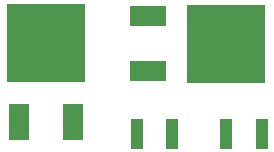
<source format=gtp>
G04 #@! TF.FileFunction,Paste,Top*
%FSLAX46Y46*%
G04 Gerber Fmt 4.6, Leading zero omitted, Abs format (unit mm)*
G04 Created by KiCad (PCBNEW 4.0.1-3.201512221402+6198~38~ubuntu14.04.1-stable) date Sat 30 Jul 2016 07:40:51 PM PDT*
%MOMM*%
G01*
G04 APERTURE LIST*
%ADD10C,0.100000*%
%ADD11R,1.000000X2.500000*%
%ADD12R,1.651000X3.048000*%
%ADD13R,6.700520X6.700520*%
%ADD14R,3.048000X1.651000*%
G04 APERTURE END LIST*
D10*
D11*
X135128000Y-96012000D03*
X132128000Y-96012000D03*
D12*
X122158760Y-94996000D03*
D13*
X124460000Y-88346280D03*
D12*
X126761240Y-94996000D03*
D14*
X133050280Y-86090760D03*
D13*
X139700000Y-88392000D03*
D14*
X133050280Y-90693240D03*
D11*
X142700000Y-96012000D03*
X139700000Y-96012000D03*
M02*

</source>
